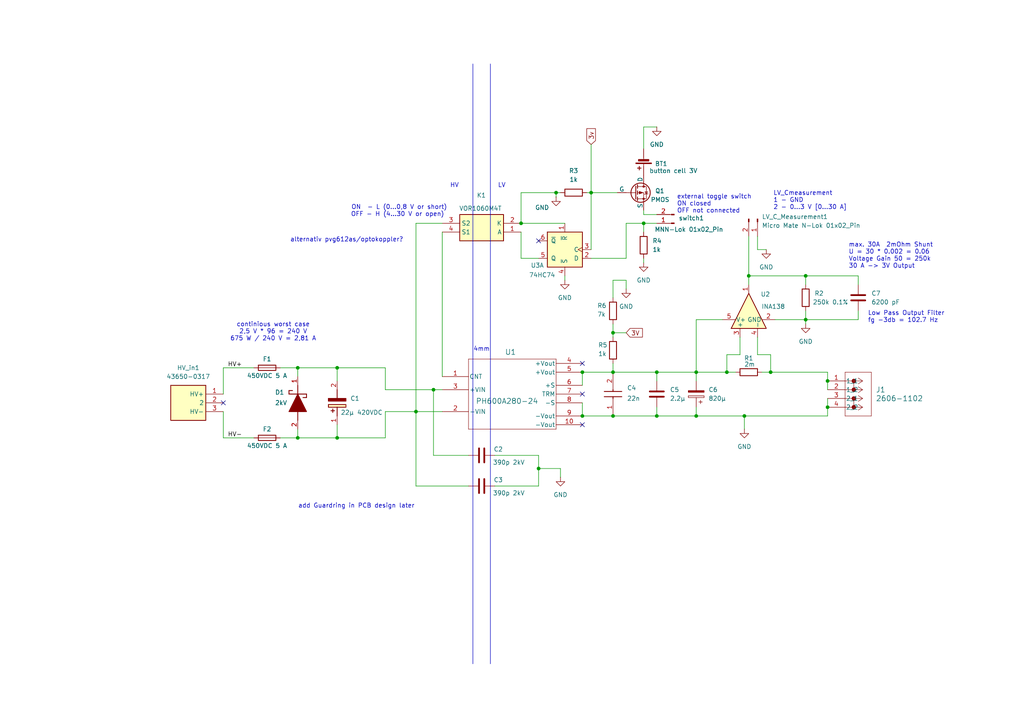
<source format=kicad_sch>
(kicad_sch (version 20231120) (generator "eeschema") (generator_version "8.0")
  (paper "A4")
  (lib_symbols
    (symbol "2024-11-18_21-41-11:PH600A280-24" (pin_names (offset 0.254))
      (property "Reference" "U" (at 20.32 -1.778 0))
      (property "Value" "PH600A280-24" (at 19.558 -6.096 0))
      (symbol "PH600A280-24_0_1"
        (polyline (pts (xy 7.62 -15.24) (xy 33.02 -15.24)) (stroke (width 0.127)))
        (polyline (pts (xy 7.62 5.08) (xy 7.62 -15.24)) (stroke (width 0.127)))
        (polyline (pts (xy 33.02 -15.24) (xy 33.02 5.08)) (stroke (width 0.127)))
        (polyline (pts (xy 33.02 5.08) (xy 7.62 5.08)) (stroke (width 0.127)))
      )
      (symbol "PH600A280-24_1_1"
        (pin input line (at 0 0 0) (length 7.62) (name "CNT") (number "1"))
        (pin power_out line (at 40.64 -13.97 180) (length 7.62) (name "-Vout") (number "10"))
        (pin power_in line (at 0 -10.16 0) (length 7.62) (name "-VIN") (number "2"))
        (pin power_in line (at 0 -3.81 0) (length 7.62) (name "+VIN") (number "3"))
        (pin power_out line (at 40.64 3.81 180) (length 7.62) (name "+Vout") (number "4"))
        (pin power_out line (at 40.64 1.27 180) (length 7.62) (name "+Vout") (number "5"))
        (pin input line (at 40.64 -2.54 180) (length 7.62) (name "+S") (number "6"))
        (pin input line (at 40.64 -5.08 180) (length 7.62) (name "TRM") (number "7"))
        (pin input line (at 40.64 -7.62 180) (length 7.62) (name "-S") (number "8"))
        (pin power_out line (at 40.64 -11.43 180) (length 7.62) (name "-Vout") (number "9"))
      )
    )
    (symbol "2024-11-26_19-54-55:2606-1102" (pin_names (offset 0.254))
      (property "Reference" "J" (at 8.89 6.35 0))
      (property "Value" "2606-1102" (at 0 0 0))
      (symbol "2606-1102_1_1"
        (polyline (pts (xy 5.08 -10.16) (xy 12.7 -10.16)) (stroke (width 0.127)))
        (polyline (pts (xy 5.08 2.54) (xy 5.08 -10.16)) (stroke (width 0.127)))
        (polyline (pts (xy 7.62 -5.08) (xy 7.62 -7.62)) (stroke (width 0.127)))
        (polyline (pts (xy 7.62 0) (xy 7.62 -2.54)) (stroke (width 0.127)))
        (polyline (pts (xy 10.16 -7.62) (xy 5.08 -7.62)) (stroke (width 0.127)))
        (polyline (pts (xy 10.16 -7.62) (xy 8.89 -8.4667)) (stroke (width 0.127)))
        (polyline (pts (xy 10.16 -7.62) (xy 8.89 -6.7733)) (stroke (width 0.127)))
        (polyline (pts (xy 10.16 -5.08) (xy 5.08 -5.08)) (stroke (width 0.127)))
        (polyline (pts (xy 10.16 -5.08) (xy 8.89 -5.9267)) (stroke (width 0.127)))
        (polyline (pts (xy 10.16 -5.08) (xy 8.89 -4.2333)) (stroke (width 0.127)))
        (polyline (pts (xy 10.16 -2.54) (xy 5.08 -2.54)) (stroke (width 0.127)))
        (polyline (pts (xy 10.16 -2.54) (xy 8.89 -3.3867)) (stroke (width 0.127)))
        (polyline (pts (xy 10.16 -2.54) (xy 8.89 -1.6933)) (stroke (width 0.127)))
        (polyline (pts (xy 10.16 0) (xy 5.08 0)) (stroke (width 0.127)))
        (polyline (pts (xy 10.16 0) (xy 8.89 -0.8467)) (stroke (width 0.127)))
        (polyline (pts (xy 10.16 0) (xy 8.89 0.8467)) (stroke (width 0.127)))
        (polyline (pts (xy 12.7 -10.16) (xy 12.7 2.54)) (stroke (width 0.127)))
        (polyline (pts (xy 12.7 2.54) (xy 5.08 2.54)) (stroke (width 0.127)))
        (circle (center 7.62 -7.62) (radius 0.127) (stroke (width 0.508)))
        (circle (center 7.62 -5.08) (radius 0.127) (stroke (width 0.508)))
        (circle (center 7.62 -2.54) (radius 0.127) (stroke (width 0.508)))
        (circle (center 7.62 0) (radius 0.127) (stroke (width 0.508)))
        (pin unspecified line (at 0 0 0) (length 5.08) (name "1_1") (number "1"))
        (pin unspecified line (at 0 -2.54 0) (length 5.08) (name "1_2") (number "2"))
        (pin unspecified line (at 0 -5.08 0) (length 5.08) (name "2_1") (number "3"))
        (pin unspecified line (at 0 -7.62 0) (length 5.08) (name "2_2") (number "4"))
      )
      (symbol "2606-1102_1_2"
        (polyline (pts (xy 5.08 -10.16) (xy 12.7 -10.16)) (stroke (width 0.127)))
        (polyline (pts (xy 5.08 2.54) (xy 5.08 -10.16)) (stroke (width 0.127)))
        (polyline (pts (xy 7.62 -5.08) (xy 7.62 -7.62)) (stroke (width 0.127)))
        (polyline (pts (xy 7.62 0) (xy 7.62 -2.54)) (stroke (width 0.127)))
        (polyline (pts (xy 10.16 -7.62) (xy 5.08 -7.62)) (stroke (width 0.127)))
        (polyline (pts (xy 10.16 -7.62) (xy 8.89 -8.4667)) (stroke (width 0.127)))
        (polyline (pts (xy 10.16 -7.62) (xy 8.89 -6.7733)) (stroke (width 0.127)))
        (polyline (pts (xy 10.16 -5.08) (xy 5.08 -5.08)) (stroke (width 0.127)))
        (polyline (pts (xy 10.16 -5.08) (xy 8.89 -5.9267)) (stroke (width 0.127)))
        (polyline (pts (xy 10.16 -5.08) (xy 8.89 -4.2333)) (stroke (width 0.127)))
        (polyline (pts (xy 10.16 -2.54) (xy 5.08 -2.54)) (stroke (width 0.127)))
        (polyline (pts (xy 10.16 -2.54) (xy 8.89 -3.3867)) (stroke (width 0.127)))
        (polyline (pts (xy 10.16 -2.54) (xy 8.89 -1.6933)) (stroke (width 0.127)))
        (polyline (pts (xy 10.16 0) (xy 5.08 0)) (stroke (width 0.127)))
        (polyline (pts (xy 10.16 0) (xy 8.89 -0.8467)) (stroke (width 0.127)))
        (polyline (pts (xy 10.16 0) (xy 8.89 0.8467)) (stroke (width 0.127)))
        (polyline (pts (xy 12.7 -10.16) (xy 12.7 2.54)) (stroke (width 0.127)))
        (polyline (pts (xy 12.7 2.54) (xy 5.08 2.54)) (stroke (width 0.127)))
        (circle (center 7.62 -7.62) (radius 0.127) (stroke (width 0.508)))
        (circle (center 7.62 -5.08) (radius 0.127) (stroke (width 0.508)))
        (circle (center 7.62 -2.54) (radius 0.127) (stroke (width 0.508)))
        (circle (center 7.62 0) (radius 0.127) (stroke (width 0.508)))
        (pin unspecified line (at 0 0 0) (length 5.08) (name "1_1") (number "1"))
        (pin unspecified line (at 0 -2.54 0) (length 5.08) (name "1_2") (number "2"))
        (pin unspecified line (at 0 -5.08 0) (length 5.08) (name "2_1") (number "3"))
        (pin unspecified line (at 0 -7.62 0) (length 5.08) (name "2_2") (number "4"))
      )
    )
    (symbol "43650-0317:43650-0317"
      (property "Reference" "J1" (at 10.16 -12.7 0))
      (property "Value" "43650-0317" (at 10.16 -10.16 0))
      (symbol "43650-0317_1_1"
        (rectangle (start 5.08 2.54) (end 15.24 -7.62) (stroke (width 0.254)) (fill (type background)))
        (pin power_out line (at 0 -5.08 0) (length 5.08) (name "HV+") (number "1"))
        (pin passive line (at 0 -2.54 0) (length 5.08) (name "2") (number "2"))
        (pin power_out line (at 0 0 0) (length 5.08) (name "HV-") (number "3"))
      )
    )
    (symbol "74xx:74HC74" (pin_names (offset 1.016))
      (property "Reference" "U" (at -7.62 8.89 0))
      (property "Value" "74HC74" (at -7.62 -8.89 0))
      (symbol "74HC74_1_0"
        (pin input line (at 0 -7.62 90) (length 2.54) (name "~{R}") (number "1"))
        (pin input line (at -7.62 2.54 0) (length 2.54) (name "D") (number "2"))
        (pin input clock (at -7.62 0 0) (length 2.54) (name "C") (number "3"))
        (pin input line (at 0 7.62 270) (length 2.54) (name "~{S}") (number "4"))
        (pin output line (at 7.62 2.54 180) (length 2.54) (name "Q") (number "5"))
        (pin output line (at 7.62 -2.54 180) (length 2.54) (name "~{Q}") (number "6"))
      )
      (symbol "74HC74_1_1"
        (rectangle (start -5.08 5.08) (end 5.08 -5.08) (stroke (width 0.254)) (fill (type background)))
      )
      (symbol "74HC74_2_0"
        (pin input line (at 0 7.62 270) (length 2.54) (name "~{S}") (number "10"))
        (pin input clock (at -7.62 0 0) (length 2.54) (name "C") (number "11"))
        (pin input line (at -7.62 2.54 0) (length 2.54) (name "D") (number "12"))
        (pin input line (at 0 -7.62 90) (length 2.54) (name "~{R}") (number "13"))
        (pin output line (at 7.62 -2.54 180) (length 2.54) (name "~{Q}") (number "8"))
        (pin output line (at 7.62 2.54 180) (length 2.54) (name "Q") (number "9"))
      )
      (symbol "74HC74_2_1"
        (rectangle (start -5.08 5.08) (end 5.08 -5.08) (stroke (width 0.254)) (fill (type background)))
      )
      (symbol "74HC74_3_0"
        (pin power_in line (at 0 10.16 270) (length 2.54) (name "VCC") (number "14"))
        (pin power_in line (at 0 -10.16 90) (length 2.54) (name "GND") (number "7"))
      )
      (symbol "74HC74_3_1"
        (rectangle (start -5.08 7.62) (end 5.08 -7.62) (stroke (width 0.254)) (fill (type background)))
      )
    )
    (symbol "Amplifier_Current:INA138" (pin_names (offset 0.127))
      (property "Reference" "U" (at 3.81 5.08 0))
      (property "Value" "INA138" (at 3.81 2.54 0))
      (symbol "INA138_0_1"
        (polyline (pts (xy -5.08 5.08) (xy 5.08 0) (xy -5.08 -5.08) (xy -5.08 5.08)) (stroke (width 0.254)) (fill (type background)))
      )
      (symbol "INA138_1_1"
        (pin output line (at 7.62 0 180) (length 2.54) (name "~") (number "1"))
        (pin power_in line (at -2.54 -7.62 90) (length 3.81) (name "GND") (number "2"))
        (pin input line (at -7.62 2.54 0) (length 2.54) (name "+") (number "3"))
        (pin input line (at -7.62 -2.54 0) (length 2.54) (name "-") (number "4"))
        (pin power_in line (at -2.54 7.62 270) (length 3.81) (name "V+") (number "5"))
      )
    )
    (symbol "CD214A-R12000R:CD214A-R12000R" (pin_names hide)
      (property "Reference" "D" (at 12.7 8.89 0))
      (property "Value" "CD214A-R12000R" (at 12.7 6.35 0))
      (symbol "CD214A-R12000R_1_1"
        (polyline (pts (xy 5.08 0) (xy 7.62 0)) (stroke (width 0.254)))
        (polyline (pts (xy 6.604 -1.524) (xy 6.604 -2.54)) (stroke (width 0.254)))
        (polyline (pts (xy 7.62 -2.54) (xy 6.604 -2.54)) (stroke (width 0.254)))
        (polyline (pts (xy 7.62 2.54) (xy 7.62 -2.54)) (stroke (width 0.254)))
        (polyline (pts (xy 7.62 2.54) (xy 8.636 2.54)) (stroke (width 0.254)))
        (polyline (pts (xy 8.636 1.524) (xy 8.636 2.54)) (stroke (width 0.254)))
        (polyline (pts (xy 12.7 0) (xy 15.24 0)) (stroke (width 0.254)))
        (polyline (pts (xy 7.62 0) (xy 12.7 2.54) (xy 12.7 -2.54) (xy 7.62 0)) (stroke (width 0.254)) (fill (type outline)))
        (pin passive line (at 2.54 0 0) (length 2.54) (name "K") (number "1"))
        (pin passive line (at 17.78 0 180) (length 2.54) (name "A") (number "2"))
      )
    )
    (symbol "Connector:Conn_01x02_Pin" (pin_names (offset 1.016) hide)
      (property "Reference" "J" (at 0 2.54 0))
      (property "Value" "Conn_01x02_Pin" (at 0 -5.08 0))
      (symbol "Conn_01x02_Pin_1_1"
        (polyline (pts (xy 1.27 -2.54) (xy 0.8636 -2.54)) (stroke (width 0.1524)))
        (polyline (pts (xy 1.27 0) (xy 0.8636 0)) (stroke (width 0.1524)))
        (rectangle (start 0.8636 -2.413) (end 0 -2.667) (stroke (width 0.1524)) (fill (type outline)))
        (rectangle (start 0.8636 0.127) (end 0 -0.127) (stroke (width 0.1524)) (fill (type outline)))
        (pin passive line (at 5.08 0 180) (length 3.81) (name "Pin_1") (number "1"))
        (pin passive line (at 5.08 -2.54 180) (length 3.81) (name "Pin_2") (number "2"))
      )
    )
    (symbol "Device:Battery_Cell" (pin_numbers hide) (pin_names (offset 0) hide)
      (property "Reference" "BT" (at 2.54 2.54 0))
      (property "Value" "Battery_Cell" (at 2.54 0 0))
      (symbol "Battery_Cell_0_1"
        (rectangle (start -2.286 1.778) (end 2.286 1.524) (fill (type outline)))
        (rectangle (start -1.524 1.016) (end 1.524 0.508) (fill (type outline)))
        (polyline (pts (xy 0 0.762) (xy 0 0)))
        (polyline (pts (xy 0 1.778) (xy 0 2.54)))
        (polyline (pts (xy 0.762 3.048) (xy 1.778 3.048)) (stroke (width 0.254)))
        (polyline (pts (xy 1.27 3.556) (xy 1.27 2.54)) (stroke (width 0.254)))
      )
      (symbol "Battery_Cell_1_1"
        (pin passive line (at 0 5.08 270) (length 2.54) (name "+") (number "1"))
        (pin passive line (at 0 -2.54 90) (length 2.54) (name "-") (number "2"))
      )
    )
    (symbol "Device:C" (pin_numbers hide) (pin_names (offset 0.254))
      (property "Reference" "C" (at 0.635 2.54 0))
      (property "Value" "C" (at 0.635 -2.54 0))
      (symbol "C_0_1"
        (polyline (pts (xy -2.032 -0.762) (xy 2.032 -0.762)) (stroke (width 0.508)))
        (polyline (pts (xy -2.032 0.762) (xy 2.032 0.762)) (stroke (width 0.508)))
      )
      (symbol "C_1_1"
        (pin passive line (at 0 3.81 270) (length 2.794) (name "~") (number "1"))
        (pin passive line (at 0 -3.81 90) (length 2.794) (name "~") (number "2"))
      )
    )
    (symbol "Device:C_Polarized" (pin_numbers hide) (pin_names (offset 0.254))
      (property "Reference" "C" (at 0.635 2.54 0))
      (property "Value" "C_Polarized" (at 0.635 -2.54 0))
      (symbol "C_Polarized_0_1"
        (rectangle (start -2.286 0.508) (end 2.286 1.016))
        (polyline (pts (xy -1.778 2.286) (xy -0.762 2.286)))
        (polyline (pts (xy -1.27 2.794) (xy -1.27 1.778)))
        (rectangle (start 2.286 -0.508) (end -2.286 -1.016) (fill (type outline)))
      )
      (symbol "C_Polarized_1_1"
        (pin passive line (at 0 3.81 270) (length 2.794) (name "~") (number "1"))
        (pin passive line (at 0 -3.81 90) (length 2.794) (name "~") (number "2"))
      )
    )
    (symbol "Device:Fuse" (pin_numbers hide) (pin_names (offset 0))
      (property "Reference" "F" (at 2.032 0 90))
      (property "Value" "Fuse" (at -1.905 0 90))
      (symbol "Fuse_0_1"
        (rectangle (start -0.762 -2.54) (end 0.762 2.54) (stroke (width 0.254)))
        (polyline (pts (xy 0 2.54) (xy 0 -2.54)))
      )
      (symbol "Fuse_1_1"
        (pin passive line (at 0 3.81 270) (length 1.27) (name "~") (number "1"))
        (pin passive line (at 0 -3.81 90) (length 1.27) (name "~") (number "2"))
      )
    )
    (symbol "Device:R" (pin_numbers hide) (pin_names (offset 0))
      (property "Reference" "R" (at 2.032 0 90))
      (property "Value" "R" (at 0 0 90))
      (symbol "R_0_1"
        (rectangle (start -1.016 -2.54) (end 1.016 2.54) (stroke (width 0.254)))
      )
      (symbol "R_1_1"
        (pin passive line (at 0 3.81 270) (length 1.27) (name "~") (number "1"))
        (pin passive line (at 0 -3.81 90) (length 1.27) (name "~") (number "2"))
      )
    )
    (symbol "ECW-U2223JC9:ECW-U2223JC9" (pin_names hide)
      (property "Reference" "C" (at 8.89 6.35 0))
      (property "Value" "ECW-U2223JC9" (at 8.89 3.81 0))
      (symbol "ECW-U2223JC9_1_1"
        (polyline (pts (xy 5.08 0) (xy 5.588 0)) (stroke (width 0.254)))
        (polyline (pts (xy 5.588 2.54) (xy 5.588 -2.54)) (stroke (width 0.254)))
        (polyline (pts (xy 7.112 0) (xy 7.62 0)) (stroke (width 0.254)))
        (polyline (pts (xy 7.112 2.54) (xy 7.112 -2.54)) (stroke (width 0.254)))
        (pin passive line (at 0 0 0) (length 5.08) (name "1") (number "1"))
        (pin passive line (at 12.7 0 180) (length 5.08) (name "2") (number "2"))
      )
    )
    (symbol "Simulation_SPICE:PMOS" (pin_numbers hide) (pin_names (offset 0))
      (property "Reference" "Q" (at 5.08 1.27 0))
      (property "Value" "PMOS" (at 5.08 -1.27 0))
      (symbol "PMOS_0_1"
        (polyline (pts (xy 0.254 0) (xy -2.54 0)))
        (polyline (pts (xy 0.254 1.905) (xy 0.254 -1.905)) (stroke (width 0.254)))
        (polyline (pts (xy 0.762 -1.27) (xy 0.762 -2.286)) (stroke (width 0.254)))
        (polyline (pts (xy 0.762 0.508) (xy 0.762 -0.508)) (stroke (width 0.254)))
        (polyline (pts (xy 0.762 2.286) (xy 0.762 1.27)) (stroke (width 0.254)))
        (polyline (pts (xy 2.54 2.54) (xy 2.54 1.778)))
        (polyline (pts (xy 2.54 -2.54) (xy 2.54 0) (xy 0.762 0)))
        (polyline (pts (xy 0.762 1.778) (xy 3.302 1.778) (xy 3.302 -1.778) (xy 0.762 -1.778)))
        (polyline (pts (xy 2.286 0) (xy 1.27 0.381) (xy 1.27 -0.381) (xy 2.286 0)) (fill (type outline)))
        (polyline (pts (xy 2.794 -0.508) (xy 2.921 -0.381) (xy 3.683 -0.381) (xy 3.81 -0.254)))
        (polyline (pts (xy 3.302 -0.381) (xy 2.921 0.254) (xy 3.683 0.254) (xy 3.302 -0.381)))
        (circle (center 1.651 0) (radius 2.794) (stroke (width 0.254)))
        (circle (center 2.54 -1.778) (radius 0.254) (fill (type outline)))
        (circle (center 2.54 1.778) (radius 0.254) (fill (type outline)))
      )
      (symbol "PMOS_1_1"
        (pin passive line (at 2.54 5.08 270) (length 2.54) (name "D") (number "1"))
        (pin input line (at -5.08 0 0) (length 2.54) (name "G") (number "2"))
        (pin passive line (at 2.54 -5.08 90) (length 2.54) (name "S") (number "3"))
      )
    )
    (symbol "UCYW6220MHD:UCYW6220MHD" (pin_names hide)
      (property "Reference" "C" (at 8.89 6.35 0))
      (property "Value" "UCYW6220MHD" (at 8.89 3.81 0))
      (symbol "UCYW6220MHD_1_1"
        (polyline (pts (xy 2.54 0) (xy 5.08 0)) (stroke (width 0.254)))
        (polyline (pts (xy 4.064 1.778) (xy 4.064 0.762)) (stroke (width 0.254)))
        (polyline (pts (xy 4.572 1.27) (xy 3.556 1.27)) (stroke (width 0.254)))
        (polyline (pts (xy 7.62 0) (xy 10.16 0)) (stroke (width 0.254)))
        (polyline (pts (xy 7.62 2.54) (xy 7.62 -2.54) (xy 6.858 -2.54) (xy 6.858 2.54) (xy 7.62 2.54)) (stroke (width 0.254)) (fill (type outline)))
        (rectangle (start 5.08 2.54) (end 5.842 -2.54) (stroke (width 0.254)) (fill (type background)))
        (pin passive line (at 0 0 0) (length 2.54) (name "+") (number "1"))
        (pin passive line (at 12.7 0 180) (length 2.54) (name "-") (number "2"))
      )
    )
    (symbol "VOR1060M4T:VOR1060M4T"
      (property "Reference" "K" (at 19.05 7.62 0))
      (property "Value" "VOR1060M4T" (at 19.05 5.08 0))
      (symbol "VOR1060M4T_1_1"
        (rectangle (start 5.08 2.54) (end 17.78 -5.08) (stroke (width 0.254)) (fill (type background)))
        (pin passive line (at 0 0 0) (length 5.08) (name "A") (number "1"))
        (pin passive line (at 0 -2.54 0) (length 5.08) (name "K") (number "2"))
        (pin passive line (at 22.86 -2.54 180) (length 5.08) (name "S2") (number "3"))
        (pin passive line (at 22.86 0 180) (length 5.08) (name "S1") (number "4"))
      )
    )
    (symbol "power:GND" (power) (pin_numbers hide) (pin_names (offset 0) hide)
      (property "Value" "GND" (at 0 -3.81 0))
      (symbol "GND_0_1"
        (polyline (pts (xy 0 0) (xy 0 -1.27) (xy 1.27 -1.27) (xy 0 -2.54) (xy -1.27 -1.27) (xy 0 -1.27)))
      )
      (symbol "GND_1_1"
        (pin power_in line (at 0 0 270) (length 0) (name "~") (number "1"))
      )
    )
  )
  (junction (at 168.91 107.95))
  (junction (at 240.03 110.49))
  (junction (at 186.69 64.77))
  (junction (at 161.29 55.88))
  (junction (at 171.45 55.88))
  (junction (at 210.82 107.95))
  (junction (at 223.52 107.95))
  (junction (at 215.9 120.65))
  (junction (at 201.93 120.65))
  (junction (at 177.8 96.52))
  (junction (at 86.36 106.68))
  (junction (at 233.68 92.71))
  (junction (at 177.8 107.95))
  (junction (at 125.73 113.03))
  (junction (at 177.8 120.65))
  (junction (at 240.03 118.11))
  (junction (at 156.21 135.89))
  (junction (at 190.5 120.65))
  (junction (at 97.79 127))
  (junction (at 201.93 107.95))
  (junction (at 151.13 64.77))
  (junction (at 190.5 107.95))
  (junction (at 217.17 80.01))
  (junction (at 97.79 106.68))
  (junction (at 120.65 119.38))
  (junction (at 168.91 120.65))
  (junction (at 233.68 80.01))
  (junction (at 86.36 127))
  (no_connect (at 64.77 116.84))
  (no_connect (at 168.91 114.3))
  (no_connect (at 168.91 105.41))
  (no_connect (at 156.21 69.85))
  (no_connect (at 168.91 123.19))
  (wire (pts (xy 215.9 120.65) (xy 215.9 124.46)))
  (wire (pts (xy 111.76 127) (xy 111.76 119.38)))
  (wire (pts (xy 97.79 110.49) (xy 97.79 106.68)))
  (wire (pts (xy 201.93 120.65) (xy 215.9 120.65)))
  (wire (pts (xy 186.69 67.31) (xy 186.69 64.77)))
  (wire (pts (xy 120.65 140.97) (xy 120.65 119.38)))
  (wire (pts (xy 181.61 64.77) (xy 186.69 64.77)))
  (wire (pts (xy 201.93 92.71) (xy 209.55 92.71)))
  (wire (pts (xy 171.45 55.88) (xy 171.45 72.39)))
  (wire (pts (xy 171.45 41.91) (xy 171.45 55.88)))
  (wire (pts (xy 86.36 124.46) (xy 86.36 127)))
  (wire (pts (xy 81.28 106.68) (xy 86.36 106.68)))
  (wire (pts (xy 240.03 118.11) (xy 240.03 120.65)))
  (wire (pts (xy 97.79 106.68) (xy 111.76 106.68)))
  (wire (pts (xy 223.52 107.95) (xy 240.03 107.95)))
  (wire (pts (xy 168.91 107.95) (xy 168.91 111.76)))
  (wire (pts (xy 177.8 96.52) (xy 181.61 96.52)))
  (wire (pts (xy 177.8 97.79) (xy 177.8 96.52)))
  (wire (pts (xy 111.76 119.38) (xy 120.65 119.38)))
  (wire (pts (xy 201.93 92.71) (xy 201.93 107.95)))
  (wire (pts (xy 214.63 97.79) (xy 214.63 102.87)))
  (wire (pts (xy 214.63 102.87) (xy 210.82 102.87)))
  (wire (pts (xy 163.83 64.77) (xy 151.13 64.77)))
  (wire (pts (xy 135.89 140.97) (xy 120.65 140.97)))
  (polyline (pts (xy 137.16 18.542) (xy 137.16 192.532)))
  (wire (pts (xy 215.9 120.65) (xy 240.03 120.65)))
  (wire (pts (xy 162.56 55.88) (xy 161.29 55.88)))
  (wire (pts (xy 223.52 102.87) (xy 223.52 107.95)))
  (wire (pts (xy 151.13 74.93) (xy 151.13 67.31)))
  (wire (pts (xy 233.68 80.01) (xy 248.92 80.01)))
  (wire (pts (xy 190.5 120.65) (xy 201.93 120.65)))
  (wire (pts (xy 81.28 127) (xy 86.36 127)))
  (wire (pts (xy 162.56 135.89) (xy 156.21 135.89)))
  (wire (pts (xy 156.21 74.93) (xy 151.13 74.93)))
  (wire (pts (xy 86.36 106.68) (xy 97.79 106.68)))
  (wire (pts (xy 186.69 62.23) (xy 190.5 62.23)))
  (wire (pts (xy 151.13 55.88) (xy 161.29 55.88)))
  (wire (pts (xy 120.65 64.77) (xy 120.65 119.38)))
  (wire (pts (xy 190.5 107.95) (xy 190.5 110.49)))
  (wire (pts (xy 156.21 132.08) (xy 143.51 132.08)))
  (wire (pts (xy 224.79 92.71) (xy 233.68 92.71)))
  (wire (pts (xy 168.91 120.65) (xy 177.8 120.65)))
  (wire (pts (xy 190.5 118.11) (xy 190.5 120.65)))
  (wire (pts (xy 219.71 102.87) (xy 223.52 102.87)))
  (wire (pts (xy 217.17 80.01) (xy 217.17 82.55)))
  (wire (pts (xy 64.77 127) (xy 73.66 127)))
  (wire (pts (xy 156.21 135.89) (xy 156.21 140.97)))
  (wire (pts (xy 248.92 82.55) (xy 248.92 80.01)))
  (wire (pts (xy 181.61 81.28) (xy 181.61 83.82)))
  (wire (pts (xy 210.82 102.87) (xy 210.82 107.95)))
  (wire (pts (xy 162.56 138.43) (xy 162.56 135.89)))
  (wire (pts (xy 248.92 92.71) (xy 233.68 92.71)))
  (wire (pts (xy 219.71 97.79) (xy 219.71 102.87)))
  (wire (pts (xy 97.79 123.19) (xy 97.79 127)))
  (wire (pts (xy 177.8 107.95) (xy 190.5 107.95)))
  (wire (pts (xy 111.76 113.03) (xy 125.73 113.03)))
  (wire (pts (xy 186.69 74.93) (xy 186.69 76.2)))
  (wire (pts (xy 120.65 119.38) (xy 128.27 119.38)))
  (wire (pts (xy 201.93 118.11) (xy 201.93 120.65)))
  (wire (pts (xy 233.68 92.71) (xy 233.68 90.17)))
  (wire (pts (xy 156.21 132.08) (xy 156.21 135.89)))
  (wire (pts (xy 170.18 55.88) (xy 171.45 55.88)))
  (wire (pts (xy 186.69 64.77) (xy 190.5 64.77)))
  (wire (pts (xy 177.8 86.36) (xy 177.8 81.28)))
  (wire (pts (xy 220.98 107.95) (xy 223.52 107.95)))
  (wire (pts (xy 248.92 90.17) (xy 248.92 92.71)))
  (wire (pts (xy 219.71 68.58) (xy 219.71 72.39)))
  (wire (pts (xy 240.03 107.95) (xy 240.03 110.49)))
  (wire (pts (xy 233.68 80.01) (xy 217.17 80.01)))
  (wire (pts (xy 151.13 55.88) (xy 151.13 64.77)))
  (wire (pts (xy 181.61 74.93) (xy 181.61 64.77)))
  (polyline (pts (xy 142.24 18.542) (xy 142.24 192.532)))
  (wire (pts (xy 186.69 60.96) (xy 186.69 62.23)))
  (wire (pts (xy 177.8 81.28) (xy 181.61 81.28)))
  (wire (pts (xy 86.36 127) (xy 97.79 127)))
  (wire (pts (xy 186.69 36.83) (xy 186.69 43.18)))
  (wire (pts (xy 135.89 132.08) (xy 125.73 132.08)))
  (wire (pts (xy 128.27 67.31) (xy 128.27 109.22)))
  (wire (pts (xy 240.03 115.57) (xy 240.03 118.11)))
  (wire (pts (xy 125.73 113.03) (xy 128.27 113.03)))
  (wire (pts (xy 128.27 64.77) (xy 120.65 64.77)))
  (wire (pts (xy 240.03 110.49) (xy 240.03 113.03)))
  (wire (pts (xy 201.93 107.95) (xy 210.82 107.95)))
  (wire (pts (xy 161.29 55.88) (xy 161.29 57.15)))
  (wire (pts (xy 111.76 106.68) (xy 111.76 113.03)))
  (wire (pts (xy 219.71 72.39) (xy 222.25 72.39)))
  (wire (pts (xy 217.17 68.58) (xy 217.17 80.01)))
  (wire (pts (xy 97.79 127) (xy 111.76 127)))
  (wire (pts (xy 64.77 119.38) (xy 64.77 127)))
  (wire (pts (xy 210.82 107.95) (xy 213.36 107.95)))
  (wire (pts (xy 171.45 55.88) (xy 179.07 55.88)))
  (wire (pts (xy 233.68 80.01) (xy 233.68 82.55)))
  (wire (pts (xy 86.36 106.68) (xy 86.36 109.22)))
  (wire (pts (xy 190.5 107.95) (xy 201.93 107.95)))
  (wire (pts (xy 64.77 106.68) (xy 73.66 106.68)))
  (wire (pts (xy 177.8 105.41) (xy 177.8 107.95)))
  (wire (pts (xy 177.8 120.65) (xy 190.5 120.65)))
  (wire (pts (xy 143.51 140.97) (xy 156.21 140.97)))
  (wire (pts (xy 64.77 106.68) (xy 64.77 114.3)))
  (wire (pts (xy 233.68 92.71) (xy 233.68 93.98)))
  (wire (pts (xy 171.45 74.93) (xy 181.61 74.93)))
  (wire (pts (xy 186.69 36.83) (xy 190.5 36.83)))
  (wire (pts (xy 168.91 116.84) (xy 168.91 120.65)))
  (wire (pts (xy 177.8 96.52) (xy 177.8 93.98)))
  (wire (pts (xy 125.73 132.08) (xy 125.73 113.03)))
  (wire (pts (xy 163.83 81.28) (xy 163.83 80.01)))
  (wire (pts (xy 168.91 107.95) (xy 177.8 107.95)))
  (wire (pts (xy 201.93 107.95) (xy 201.93 110.49)))
  (text "alternativ pvg612as/optokoppler?" (at 100.584 69.596 0) (effects (font (size 1.27 1.27))))
  (text " ON  - L (0...0,8 V or short)\nOFF - H (4...30 V or open)" (at 115.316 61.214 0) (effects (font (size 1.27 1.27))))
  (text "add Guardring in PCB design later" (at 103.378 146.812 0) (effects (font (size 1.27 1.27))))
  (text "max. 30A  2mOhm Shunt \nU = 30 * 0.002 = 0.06\nVoltage Gain 50 = 250k\n30 A -> 3V Output\n" (at 246.126 74.168 0) (effects (font (size 1.27 1.27)) (justify left)))
  (text "external toggle switch\nON closed \nOFF not connected" (at 196.342 59.182 0) (effects (font (size 1.27 1.27)) (justify left)))
  (text "Low Pass Output Filter\nfg -3db = 102.7 Hz" (at 251.714 91.948 0) (effects (font (size 1.27 1.27)) (justify left)))
  (text "continious worst case\n2,5 V * 96 = 240 V\n675 W / 240 V = 2,81 A\n\n\n" (at 79.248 98.298 0) (effects (font (size 1.27 1.27))))
  (text "LV" (at 145.542 53.848 0) (effects (font (size 1.27 1.27))))
  (text "4mm" (at 139.7 101.346 0) (effects (font (size 1.27 1.27))))
  (text "HV" (at 131.826 53.848 0) (effects (font (size 1.27 1.27))))
  (text "LV_Cmeasurement\n1 - GND\n2 - 0...3 V [0...30 A]" (at 224.282 58.166 0) (effects (font (size 1.27 1.27)) (justify left)))
  (label "HV+" (at 66.04 106.68 0))
  (label "HV-" (at 66.04 127 0))
  (global_label "3v" (shape input) (at 171.45 41.91 90) (property "Intersheetrefs" "${INTERSHEET_REFS}" (effects (hide yes))))
  (global_label "3V" (shape input) (at 181.61 96.52 0) (property "Intersheetrefs" "${INTERSHEET_REFS}" (effects (hide yes))))
  (symbol (lib_id "Simulation_SPICE:PMOS") (at 184.15 55.88 0) (unit 1)
    (property "Reference" "Q1" (at 189.992 55.372 0) (effects (justify left)))
    (property "Value" "PMOS" (at 188.722 57.912 0) (effects (justify left)))
    (property "Datasheet" "https://ngspice.sourceforge.io/docs/ngspice-html-manual/manual.xhtml#cha_MOSFETs" (effects (hide yes)))
    (property "Description" "P-MOSFET transistor, drain/source/gate" (effects (hide yes)))
    (property "Sim.Device" "PMOS" (effects (hide yes)))
    (property "Sim.Type" "VDMOS" (effects (hide yes)))
    (property "Sim.Pins" "1=D 2=G 3=S" (effects (hide yes)))
  )
  (symbol (lib_id "power:GND") (at 222.25 72.39 0) (unit 1)
    (property "Reference" "#PWR03" (effects (hide yes)))
    (property "Value" "GND" (at 222.25 77.47 0))
    (property "Description" "Power symbol creates a global label with name \"GND\" , ground" (effects (hide yes)))
  )
  (symbol (lib_id "power:GND") (at 215.9 124.46 0) (unit 1)
    (property "Reference" "#PWR01" (effects (hide yes)))
    (property "Value" "GND" (at 215.9 129.54 0))
    (property "Description" "Power symbol creates a global label with name \"GND\" , ground" (effects (hide yes)))
  )
  (symbol (lib_id "Connector:Conn_01x02_Pin") (at 219.71 63.5 270) (unit 1)
    (property "Reference" "LV_C_Measurement1" (at 220.98 62.8649 90) (effects (justify left)))
    (property "Value" "Micro Mate N-Lok 01x02_Pin" (at 220.98 65.4049 90) (effects (justify left)))
    (property "Footprint" "Connector_Molex:Molex_Micro-Fit_3.0_43650-0224_1x02-1MP_P3.00mm_Vertical" (effects (hide yes)))
    (property "Description" "Generic connector, single row, 01x02, script generated" (effects (hide yes)))
  )
  (symbol (lib_id "VOR1060M4T:VOR1060M4T") (at 151.13 67.31 180) (unit 1)
    (property "Reference" "K1" (at 140.97 56.642 0) (effects (justify left)))
    (property "Value" "VOR1060M4T" (at 145.542 60.452 0) (effects (justify left)))
    (property "Footprint" "VOR1060M4T" (effects (hide yes)))
    (property "Datasheet" "https://www.vishay.com/docs/80406/vor1060m4.pdf" (effects (hide yes)))
    (property "Description" "Solid State Relays - PCB Mount 1 Form A Solid State Relay SOP-4 Package - Loads up to 600 V" (effects (hide yes)))
    (property "Height" "2.38" (effects (hide yes)))
    (property "Mouser Part Number" "78-VOR1060M4T" (effects (hide yes)))
    (property "Mouser Price/Stock" "https://www.mouser.co.uk/ProductDetail/Vishay/VOR1060M4T?qs=iLKYxzqNS74u7SR47gH6qg%3D%3D" (effects (hide yes)))
    (property "Manufacturer_Name" "Vishay" (effects (hide yes)))
    (property "Manufacturer_Part_Number" "VOR1060M4T" (effects (hide yes)))
  )
  (symbol (lib_id "Device:C") (at 139.7 132.08 270) (unit 1)
    (property "Reference" "C2" (at 144.526 130.302 90))
    (property "Value" "390p 2kV" (at 147.574 134.112 90))
    (property "Footprint" "Capacitor_SMD:C_1812_4532Metric" (effects (hide yes)))
    (property "Datasheet" "https://www.mouser.de/datasheet/2/447/KEM_C1009_C0G_HV_SMD-3316207.pdf" (effects (hide yes)))
    (property "Description" "Unpolarized capacitor" (effects (hide yes)))
  )
  (symbol (lib_id "UCYW6220MHD:UCYW6220MHD") (at 97.79 123.19 90) (unit 1)
    (property "Reference" "C1" (at 101.6 115.5699 90) (effects (justify right)))
    (property "Value" "22µ 420VDC" (at 98.806 119.634 90) (effects (justify right)))
    (property "Footprint" "CAPPRD500W60D1275H2200" (effects (hide yes)))
    (property "Datasheet" "https://www.mouser.de/datasheet/2/293/e_ucy-3082387.pdf" (effects (hide yes)))
    (property "Description" "Aluminum Electrolytic Capacitors - Radial Leaded 22uF 420 Volts 20% AEC-Q200" (effects (hide yes)))
    (property "Height" "22" (effects (hide yes)))
    (property "Mouser Part Number" "647-UCYW6220MHD" (effects (hide yes)))
    (property "Mouser Price/Stock" "https://www.mouser.co.uk/ProductDetail/Nichicon/UCYW6220MHD?qs=Ajmft%252BTTukGIZ9yLplXgMQ%3D%3D" (effects (hide yes)))
    (property "Manufacturer_Name" "Nichicon" (effects (hide yes)))
    (property "Manufacturer_Part_Number" "UCYW6220MHD" (effects (hide yes)))
  )
  (symbol (lib_id "Device:Fuse") (at 77.47 127 90) (unit 1)
    (property "Reference" "F2" (at 77.47 124.46 90))
    (property "Value" "450VDC 5 A" (at 77.47 129.286 90))
    (property "Footprint" "footprints:0ACG5000TE" (effects (hide yes)))
    (property "Datasheet" "https://www.mouser.de/datasheet/2/643/ds_CP_0ACG_series-2000946.pdf" (effects (hide yes)))
    (property "Description" "Fuse" (effects (hide yes)))
  )
  (symbol (lib_id "power:GND") (at 233.68 93.98 0) (unit 1)
    (property "Reference" "#PWR02" (effects (hide yes)))
    (property "Value" "GND" (at 233.68 99.06 0))
    (property "Description" "Power symbol creates a global label with name \"GND\" , ground" (effects (hide yes)))
  )
  (symbol (lib_id "CD214A-R12000R:CD214A-R12000R") (at 86.36 106.68 270) (unit 1)
    (property "Reference" "D1" (at 79.756 113.792 90) (effects (justify left)))
    (property "Value" "2kV" (at 79.756 116.84 90) (effects (justify left)))
    (property "Footprint" "CD214AR12000R" (effects (hide yes)))
    (property "Datasheet" "https://www.bourns.com/docs/product-datasheets/CD214A-R12000R.pdf" (effects (hide yes)))
    (property "Description" "Schottky Diodes & Rectifiers 1.0A 2000V SMA" (effects (hide yes)))
    (property "Height" "1.16" (effects (hide yes)))
    (property "Mouser Part Number" "652-CD214A-R12000R" (effects (hide yes)))
    (property "Mouser Price/Stock" "https://www.mouser.co.uk/ProductDetail/Bourns/CD214A-R12000R?qs=GBLSl2Akirt52tUa7ctYiQ%3D%3D" (effects (hide yes)))
    (property "Manufacturer_Name" "Bourns" (effects (hide yes)))
    (property "Manufacturer_Part_Number" "CD214A-R12000R" (effects (hide yes)))
  )
  (symbol (lib_id "Device:C") (at 248.92 86.36 0) (unit 1)
    (property "Reference" "C7" (at 252.73 85.0899 0) (effects (justify left)))
    (property "Value" "6200 pF" (at 252.73 87.6299 0) (effects (justify left)))
    (property "Footprint" "Capacitor_SMD:C_0805_2012Metric" (effects (hide yes)))
    (property "Datasheet" "https://www.mouser.de/datasheet/2/447/KEM_C1007_X8R_ULTRA_150C_SMD-3316375.pdf" (effects (hide yes)))
    (property "Description" "Unpolarized capacitor" (effects (hide yes)))
  )
  (symbol (lib_id "Device:Fuse") (at 77.47 106.68 90) (unit 1)
    (property "Reference" "F1" (at 77.47 104.14 90))
    (property "Value" "450VDC 5 A" (at 77.47 108.966 90))
    (property "Footprint" "footprints:0ACG5000TE" (effects (hide yes)))
    (property "Datasheet" "https://www.mouser.de/datasheet/2/643/ds_CP_0ACG_series-2000946.pdf" (effects (hide yes)))
    (property "Description" "Fuse" (effects (hide yes)))
  )
  (symbol (lib_id "2024-11-26_19-54-55:2606-1102") (at 240.03 110.49 0) (unit 1)
    (property "Reference" "J1" (at 254 113.0299 0) (effects (font (size 1.524 1.524)) (justify left)))
    (property "Value" "2606-1102" (at 254 115.5699 0) (effects (font (size 1.524 1.524)) (justify left)))
    (property "Footprint" "CONN2_2606-1102_WAG" (effects (hide yes)))
    (property "Datasheet" "https://www.wago.com/de/leiterplattenanschluss/leiterplattenklemme/p/2606-1102" (effects (hide yes)))
  )
  (symbol (lib_id "Device:C_Polarized") (at 201.93 114.3 180) (unit 1)
    (property "Reference" "C6" (at 205.486 113.03 0) (effects (justify right)))
    (property "Value" "820µ" (at 205.486 115.57 0) (effects (justify right)))
    (property "Footprint" "Capacitor_THT:CP_Radial_D16.0mm_P7.50mm" (effects (hide yes)))
    (property "Datasheet" "https://www.mouser.de/datasheet/2/420/7964717934d9b174c3ba48-1210810.pdf" (effects (hide yes)))
    (property "Description" "Polarized capacitor" (effects (hide yes)))
  )
  (symbol (lib_id "power:GND") (at 163.83 81.28 0) (unit 1)
    (property "Reference" "#PWR07" (effects (hide yes)))
    (property "Value" "GND" (at 163.83 86.36 0))
    (property "Description" "Power symbol creates a global label with name \"GND\" , ground" (effects (hide yes)))
  )
  (symbol (lib_id "Device:R") (at 177.8 101.6 180) (unit 1)
    (property "Reference" "R5" (at 173.482 100.076 0) (effects (justify right)))
    (property "Value" "1k" (at 173.482 102.616 0) (effects (justify right)))
    (property "Description" "Resistor" (effects (hide yes)))
  )
  (symbol (lib_id "power:GND") (at 181.61 83.82 0) (unit 1)
    (property "Reference" "#PWR09" (effects (hide yes)))
    (property "Value" "GND" (at 181.61 88.9 0))
    (property "Description" "Power symbol creates a global label with name \"GND\" , ground" (effects (hide yes)))
  )
  (symbol (lib_id "power:GND") (at 190.5 36.83 0) (unit 1)
    (property "Reference" "#PWR08" (effects (hide yes)))
    (property "Value" "GND" (at 190.5 41.91 0))
    (property "Description" "Power symbol creates a global label with name \"GND\" , ground" (effects (hide yes)))
  )
  (symbol (lib_id "Device:R") (at 166.37 55.88 90) (unit 1)
    (property "Reference" "R3" (at 166.37 49.53 90))
    (property "Value" "1k" (at 166.37 52.07 90))
    (property "Footprint" "Resistor_SMD:R_0603_1608Metric" (effects (hide yes)))
    (property "Description" "Resistor" (effects (hide yes)))
  )
  (symbol (lib_id "ECW-U2223JC9:ECW-U2223JC9") (at 177.8 120.65 90) (unit 1)
    (property "Reference" "C4" (at 181.864 112.522 90) (effects (justify right)))
    (property "Value" "22n" (at 181.864 115.57 90) (effects (justify right)))
    (property "Footprint" "ECHU_E1_E2_E3_E3a_4" (effects (hide yes)))
    (property "Datasheet" "https://componentsearchengine.com/Datasheets/1/ECW-U2223JC9.pdf" (effects (hide yes)))
    (property "Description" "Plastic Film Capacitor, Stacked metallized PPS film as dielectric with simple mold-less construction" (effects (hide yes)))
    (property "Mouser Part Number" "667-ECW-U2223JC9" (effects (hide yes)))
    (property "Mouser Price/Stock" "https://www.mouser.com/Search/Refine.aspx?Keyword=667-ECW-U2223JC9" (effects (hide yes)))
    (property "Manufacturer_Name" "Panasonic" (effects (hide yes)))
    (property "Manufacturer_Part_Number" "ECW-U2223JC9" (effects (hide yes)))
  )
  (symbol (lib_id "Device:R") (at 217.17 107.95 90) (unit 1)
    (property "Reference" "R1" (at 217.17 103.886 90))
    (property "Value" "2m" (at 217.424 105.664 90))
    (property "Footprint" "Resistor_SMD:R_2512_6332Metric" (effects (hide yes)))
    (property "Datasheet" "https://www.mouser.de/datasheet/2/54/css2h_2512-1862180.pdf" (effects (hide yes)))
    (property "Description" "Resistor" (effects (hide yes)))
  )
  (symbol (lib_id "Connector:Conn_01x02_Pin") (at 195.58 64.77 180) (unit 1)
    (property "Reference" "switch1" (at 204.216 63.246 0) (effects (justify left)))
    (property "Value" "MNN-Lok 01x02_Pin" (at 209.804 66.548 0) (effects (justify left)))
    (property "Footprint" "Connector_Molex:Molex_Micro-Fit_3.0_43650-0224_1x02-1MP_P3.00mm_Vertical" (effects (hide yes)))
    (property "Description" "Generic connector, single row, 01x02, script generated" (effects (hide yes)))
  )
  (symbol (lib_id "Device:Battery_Cell") (at 186.69 45.72 180) (unit 1)
    (property "Reference" "BT1" (at 191.77 47.498 0))
    (property "Value" "button cell 3V" (at 195.326 49.53 0))
    (property "Description" "Single-cell battery" (effects (hide yes)))
  )
  (symbol (lib_id "Device:R") (at 177.8 90.17 180) (unit 1)
    (property "Reference" "R6" (at 173.228 88.646 0) (effects (justify right)))
    (property "Value" "7k" (at 173.228 91.186 0) (effects (justify right)))
    (property "Description" "Resistor" (effects (hide yes)))
  )
  (symbol (lib_id "Device:C") (at 139.7 140.97 270) (unit 1)
    (property "Reference" "C3" (at 144.526 139.192 90))
    (property "Value" "390p 2kV" (at 147.574 143.002 90))
    (property "Footprint" "Capacitor_SMD:C_1210_3225Metric" (effects (hide yes)))
    (property "Datasheet" "https://www.mouser.de/datasheet/2/447/KEM_C1009_C0G_HV_SMD-3316207.pdf" (effects (hide yes)))
    (property "Description" "Unpolarized capacitor" (effects (hide yes)))
  )
  (symbol (lib_id "Device:R") (at 233.68 86.36 0) (unit 1)
    (property "Reference" "R2" (at 236.22 85.0899 0) (effects (justify left)))
    (property "Value" "250k 0.1%" (at 235.712 87.63 0) (effects (justify left)))
    (property "Footprint" "Resistor_SMD:R_0805_2012Metric" (effects (hide yes)))
    (property "Datasheet" "https://www.mouser.de/datasheet/2/385/SEI_RNCF-3077647.pdf" (effects (hide yes)))
    (property "Description" "Resistor" (effects (hide yes)))
  )
  (symbol (lib_id "power:GND") (at 162.56 138.43 0) (unit 1)
    (property "Reference" "#PWR04" (effects (hide yes)))
    (property "Value" "GND" (at 162.56 143.51 0))
    (property "Description" "Power symbol creates a global label with name \"GND\" , ground" (effects (hide yes)))
  )
  (symbol (lib_id "power:GND") (at 186.69 76.2 0) (unit 1)
    (property "Reference" "#PWR05" (effects (hide yes)))
    (property "Value" "GND" (at 186.69 81.28 0))
    (property "Description" "Power symbol creates a global label with name \"GND\" , ground" (effects (hide yes)))
  )
  (symbol (lib_id "Device:R") (at 186.69 71.12 0) (unit 1)
    (property "Reference" "R4" (at 189.23 69.8499 0) (effects (justify left)))
    (property "Value" "1k" (at 189.23 72.3899 0) (effects (justify left)))
    (property "Footprint" "Resistor_SMD:R_0603_1608Metric" (effects (hide yes)))
    (property "Description" "Resistor" (effects (hide yes)))
  )
  (symbol (lib_id "43650-0317:43650-0317") (at 64.77 119.38 180) (unit 1)
    (property "Reference" "HV_in1" (at 54.61 106.68 0))
    (property "Value" "43650-0317" (at 54.61 109.22 0))
    (property "Footprint" "Connector_Molex:Molex_Micro-Fit_3.0_43650-0315_1x03_P3.00mm_Vertical" (effects (hide yes)))
    (property "Datasheet" "https://www.molex.com/pdm_docs/sd/436500215_sd.pdf" (effects (hide yes)))
    (property "Description" "Micro-Fit 3.0 Vertical Header, 3.00mm Pitch, Single Row, 3 Circuits, with PCB Polarizing Peg, Glow-Wire Capable, Black" (effects (hide yes)))
    (property "Height" "9.9" (effects (hide yes)))
    (property "Mouser Part Number" "538-43650-0317" (effects (hide yes)))
    (property "Mouser Price/Stock" "https://www.mouser.co.uk/ProductDetail/Molex/43650-0317?qs=Nb99Pa9xYq%2Fi%252B%2FVbiejqUg%3D%3D" (effects (hide yes)))
    (property "Manufacturer_Name" "Molex" (effects (hide yes)))
    (property "Manufacturer_Part_Number" "43650-0317" (effects (hide yes)))
  )
  (symbol (lib_id "power:GND") (at 161.29 57.15 0) (unit 1)
    (property "Reference" "#PWR06" (effects (hide yes)))
    (property "Value" "GND" (at 157.226 60.198 0))
    (property "Description" "Power symbol creates a global label with name \"GND\" , ground" (effects (hide yes)))
  )
  (symbol (lib_id "74xx:74HC74") (at 163.83 72.39 180) (unit 1)
    (property "Reference" "U3" (at 153.924 76.962 0) (effects (justify right)))
    (property "Value" "74HC74" (at 153.416 79.756 0) (effects (justify right)))
    (property "Datasheet" "74xx/74hc_hct74.pdf" (effects (hide yes)))
    (property "Description" "Dual D Flip-flop, Set & Reset" (effects (hide yes)))
  )
  (symbol (lib_id "2024-11-18_21-41-11:PH600A280-24") (at 128.27 109.22 0) (unit 1)
    (property "Reference" "U1" (at 148.082 102.108 0) (effects (font (size 1.524 1.524))))
    (property "Value" "PH600A280-24" (at 147.066 116.332 0) (effects (font (size 1.524 1.524))))
    (property "Footprint" "PH300A_thru_PH600A_TDK" (effects (hide yes)))
    (property "Datasheet" "https://product.tdk.com/de/search/power/switching-power/dc-dc-converter/info?part_no=PH600A280-24" (effects (hide yes)))
  )
  (symbol (lib_id "Amplifier_Current:INA138") (at 217.17 90.17 90) (unit 1)
    (property "Reference" "U2" (at 221.996 85.344 90))
    (property "Value" "INA138" (at 224.282 88.9 90))
    (property "Footprint" "Package_TO_SOT_SMD:SOT-23-5" (effects (hide yes)))
    (property "Datasheet" "http://www.ti.com/lit/ds/symlink/ina138.pdf" (effects (hide yes)))
    (property "Description" "High-Side Measurement Current Shunt Monitor, 36V, SOT-23-5" (effects (hide yes)))
  )
  (symbol (lib_id "Device:C") (at 190.5 114.3 0) (unit 1)
    (property "Reference" "C5" (at 194.31 113.0299 0) (effects (justify left)))
    (property "Value" "2.2µ" (at 194.31 115.5699 0) (effects (justify left)))
    (property "Footprint" "Capacitor_SMD:C_0603_1608Metric" (effects (hide yes)))
    (property "Description" "Unpolarized capacitor" (effects (hide yes)))
  )
)
</source>
